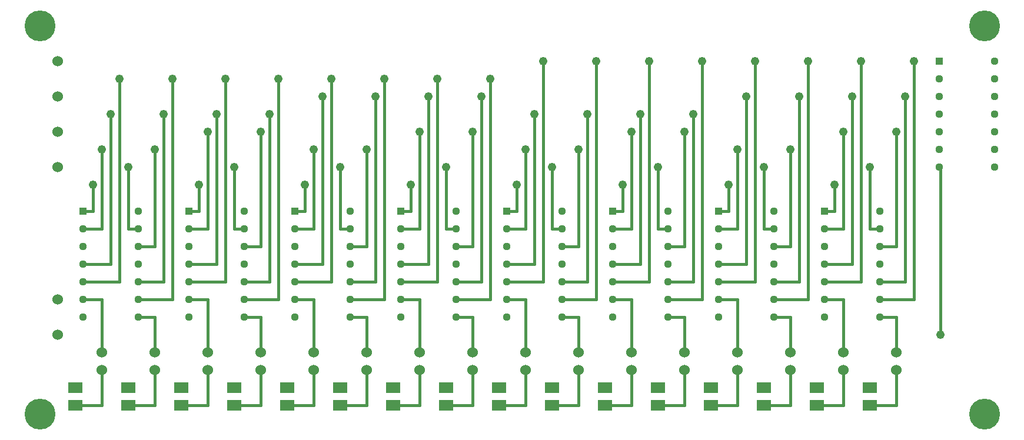
<source format=gbr>
G04 DesignSpark PCB Gerber Version 9.0 Build 5115 *
G04 #@! TF.Part,Single*
G04 #@! TF.FileFunction,Copper,L2,Bot *
G04 #@! TF.FilePolarity,Positive *
%FSLAX35Y35*%
%MOIN*%
G04 #@! TA.AperFunction,ComponentPad*
%ADD18R,0.04449X0.04449*%
G04 #@! TD.AperFunction*
%ADD14C,0.01500*%
G04 #@! TA.AperFunction,ComponentPad*
%ADD19C,0.04449*%
G04 #@! TA.AperFunction,ViaPad*
%ADD15C,0.04800*%
G04 #@! TA.AperFunction,WasherPad*
%ADD16C,0.06000*%
%ADD17C,0.17500*%
G04 #@! TA.AperFunction,ComponentPad*
%ADD70R,0.08000X0.06000*%
X0Y0D02*
D02*
D14*
X40250Y25250D02*
X55250D01*
Y45250*
X44620Y85250D02*
X55250D01*
Y55250*
X44620Y95250D02*
X65250D01*
Y210250*
X44620Y105250D02*
X60250D01*
Y190250*
X44620Y125250D02*
X55250D01*
Y170250*
X44620Y135250D02*
X50250D01*
Y150250*
X70250Y25250D02*
X85250D01*
Y45250*
X75880Y75250D02*
X85250D01*
Y55250*
X75880Y85250D02*
X95250D01*
Y210250*
X75880Y95250D02*
X90250D01*
Y190250*
X75880Y115250D02*
X85250D01*
Y170250*
X75880Y125250D02*
X70250D01*
Y160250*
X100250Y25250D02*
X115250D01*
Y45250*
X104620Y85250D02*
X115250D01*
Y55250*
X104620Y95250D02*
X125250D01*
Y210250*
X104620Y105250D02*
X120250D01*
Y190250*
X104620Y125250D02*
X115250D01*
Y180250*
X104620Y135250D02*
X110250D01*
Y150250*
X130250Y25250D02*
X145250D01*
Y45250*
X135880Y75250D02*
X145250D01*
Y55250*
X135880Y85250D02*
X155250D01*
Y210250*
X135880Y95250D02*
X150250D01*
Y190250*
X135880Y115250D02*
X145250D01*
Y180250*
X135880Y125250D02*
X130250D01*
Y160250*
X164620Y85250D02*
X175250D01*
Y55250*
X164620Y95250D02*
X185250D01*
Y210250*
X164620Y105250D02*
X180250D01*
Y200250*
X164620Y125250D02*
X175250D01*
Y170250*
X164620Y135250D02*
X170250D01*
Y150250*
X175250Y45250D02*
Y25250D01*
X160250*
X195880Y75250D02*
X205250D01*
Y55250*
X195880Y85250D02*
X215250D01*
Y210250*
X195880Y95250D02*
X210250D01*
Y200250*
X195880Y115250D02*
X205250D01*
Y170250*
X195880Y125250D02*
X190250D01*
Y160250*
X205250Y45250D02*
Y25250D01*
X190250*
X224620Y85250D02*
X235250D01*
Y55250*
X224620Y95250D02*
X245250D01*
Y210250*
X224620Y105250D02*
X240250D01*
Y200250*
X224620Y125250D02*
X235250D01*
Y180250*
X224620Y135250D02*
X230250D01*
Y150250*
X235250Y45250D02*
Y25250D01*
X220250*
X250250D02*
X265250D01*
Y45250*
X255880Y85250D02*
X275250D01*
Y210250*
X255880Y95250D02*
X270250D01*
Y200250*
X255880Y115250D02*
X265250D01*
Y180250*
X255880Y125250D02*
X250250D01*
Y160250*
X265250Y55250D02*
Y75250D01*
X255880*
X284620Y85250D02*
X295250D01*
Y55250*
X284620Y95250D02*
X305250D01*
Y220250*
X284620Y105250D02*
X300250D01*
Y190250*
X284620Y125250D02*
X295250D01*
Y170250*
X284620Y135250D02*
X290250D01*
Y150250*
X295250Y45250D02*
Y25250D01*
X280250*
X310250D02*
X325250D01*
Y45250*
X310250Y160250D02*
Y125250D01*
X315880*
Y85250D02*
X335250D01*
Y220250*
X315880Y95250D02*
X330250D01*
Y190250*
X315880Y115250D02*
X325250D01*
Y170250*
Y55250D02*
Y75250D01*
X315880*
X344620Y85250D02*
X355250D01*
Y55250*
X344620Y95250D02*
X365250D01*
Y220250*
X344620Y105250D02*
X360250D01*
Y190250*
X344620Y125250D02*
X355250D01*
Y180250*
X344620Y135250D02*
X350250D01*
Y150250*
X355250Y45250D02*
Y25250D01*
X340250*
X370250D02*
X385250D01*
Y45250*
X375880Y85250D02*
X395250D01*
Y220250*
X375880Y95250D02*
X390250D01*
Y190250*
X375880Y115250D02*
X385250D01*
Y180250*
X375880Y125250D02*
X370250D01*
Y160250*
X385250Y55250D02*
Y75250D01*
X375880*
X404620Y85250D02*
X415250D01*
Y55250*
X404620Y95250D02*
X425250D01*
Y220250*
X404620Y105250D02*
X420250D01*
Y200250*
X404620Y125250D02*
X415250D01*
Y170250*
X404620Y135250D02*
X410250D01*
Y150250*
X415250Y45250D02*
Y25250D01*
X400250*
X430250D02*
X445250D01*
Y45250*
X435880Y85250D02*
X455250D01*
Y220250*
X435880Y95250D02*
X450250D01*
Y200250*
X435880Y115250D02*
X445250D01*
Y170250*
X435880Y125250D02*
X430250D01*
Y160250*
X445250Y55250D02*
Y75250D01*
X435880*
X464620Y85250D02*
X475250D01*
Y55250*
X464620Y95250D02*
X485250D01*
Y220250*
X464620Y105250D02*
X480250D01*
Y200250*
X464620Y125250D02*
X475250D01*
Y180250*
X464620Y135250D02*
X470250D01*
Y150250*
X475250Y45250D02*
Y25250D01*
X460250*
X490250D02*
X505250D01*
Y45250*
X495880Y85250D02*
X515250D01*
Y220250*
X495880Y95250D02*
X510250D01*
Y200250*
X495880Y115250D02*
X505250D01*
Y180250*
X495880Y125250D02*
X490250D01*
Y160250*
X505250Y55250D02*
Y75250D01*
X495880*
X530250Y65250D02*
Y159620D01*
X529620Y160250*
D02*
D15*
X50250Y150250D03*
X55250Y170250D03*
X60250Y190250D03*
X65250Y210250D03*
X70250Y160250D03*
X85250Y170250D03*
X90250Y190250D03*
X95250Y210250D03*
X110250Y150250D03*
X115250Y180250D03*
X120250Y190250D03*
X125250Y210250D03*
X130250Y160250D03*
X145250Y180250D03*
X150250Y190250D03*
X155250Y210250D03*
X170250Y150250D03*
X175250Y170250D03*
X180250Y200250D03*
X185250Y210250D03*
X190250Y160250D03*
X205250Y170250D03*
X210250Y200250D03*
X215250Y210250D03*
X230250Y150250D03*
X235250Y180250D03*
X240250Y200250D03*
X245250Y210250D03*
X250250Y160250D03*
X265250Y180250D03*
X270250Y200250D03*
X275250Y210250D03*
X290250Y150250D03*
X295250Y170250D03*
X300250Y190250D03*
X305250Y220250D03*
X310250Y160250D03*
X325250Y170250D03*
X330250Y190250D03*
X335250Y220250D03*
X350250Y150250D03*
X355250Y180250D03*
X360250Y190250D03*
X365250Y220250D03*
X370250Y160250D03*
X385250Y180250D03*
X390250Y190250D03*
X395250Y220250D03*
X410250Y150250D03*
X415250Y170250D03*
X420250Y200250D03*
X425250Y220250D03*
X430250Y160250D03*
X445250Y170250D03*
X450250Y200250D03*
X455250Y220250D03*
X470250Y150250D03*
X475250Y180250D03*
X480250Y200250D03*
X485250Y220250D03*
X490250Y160250D03*
X505250Y180250D03*
X510250Y200250D03*
X515250Y220250D03*
X530250Y65250D03*
D02*
D16*
X30250D03*
Y85250D03*
Y160250D03*
Y180250D03*
Y200250D03*
Y220250D03*
X55250Y45250D03*
Y55250D03*
X85250Y45250D03*
Y55250D03*
X115250Y45250D03*
Y55250D03*
X145250Y45250D03*
Y55250D03*
X175250Y45250D03*
Y55250D03*
X205250Y45250D03*
Y55250D03*
X235250Y45250D03*
Y55250D03*
X265250Y45250D03*
Y55250D03*
X295250Y45250D03*
Y55250D03*
X325250Y45250D03*
Y55250D03*
X355250Y45250D03*
Y55250D03*
X385250Y45250D03*
Y55250D03*
X415250Y45250D03*
Y55250D03*
X445250Y45250D03*
Y55250D03*
X475250Y45250D03*
Y55250D03*
X505250Y45250D03*
Y55250D03*
D02*
D17*
X20250Y20250D03*
Y240250D03*
X555250Y20250D03*
Y240250D03*
D02*
D18*
X44620Y135250D03*
X104620D03*
X164620D03*
X224620D03*
X284620D03*
X344620D03*
X404620D03*
X464620D03*
X529620Y220250D03*
D02*
D19*
X44620Y75250D03*
Y85250D03*
Y95250D03*
Y105250D03*
Y115250D03*
Y125250D03*
X75880Y75250D03*
Y85250D03*
Y95250D03*
Y105250D03*
Y115250D03*
Y125250D03*
Y135250D03*
X104620Y75250D03*
Y85250D03*
Y95250D03*
Y105250D03*
Y115250D03*
Y125250D03*
X135880Y75250D03*
Y85250D03*
Y95250D03*
Y105250D03*
Y115250D03*
Y125250D03*
Y135250D03*
X164620Y75250D03*
Y85250D03*
Y95250D03*
Y105250D03*
Y115250D03*
Y125250D03*
X195880Y75250D03*
Y85250D03*
Y95250D03*
Y105250D03*
Y115250D03*
Y125250D03*
Y135250D03*
X224620Y75250D03*
Y85250D03*
Y95250D03*
Y105250D03*
Y115250D03*
Y125250D03*
X255880Y75250D03*
Y85250D03*
Y95250D03*
Y105250D03*
Y115250D03*
Y125250D03*
Y135250D03*
X284620Y75250D03*
Y85250D03*
Y95250D03*
Y105250D03*
Y115250D03*
Y125250D03*
X315880Y75250D03*
Y85250D03*
Y95250D03*
Y105250D03*
Y115250D03*
Y125250D03*
Y135250D03*
X344620Y75250D03*
Y85250D03*
Y95250D03*
Y105250D03*
Y115250D03*
Y125250D03*
X375880Y75250D03*
Y85250D03*
Y95250D03*
Y105250D03*
Y115250D03*
Y125250D03*
Y135250D03*
X404620Y75250D03*
Y85250D03*
Y95250D03*
Y105250D03*
Y115250D03*
Y125250D03*
X435880Y75250D03*
Y85250D03*
Y95250D03*
Y105250D03*
Y115250D03*
Y125250D03*
Y135250D03*
X464620Y75250D03*
Y85250D03*
Y95250D03*
Y105250D03*
Y115250D03*
Y125250D03*
X495880Y75250D03*
Y85250D03*
Y95250D03*
Y105250D03*
Y115250D03*
Y125250D03*
Y135250D03*
X529620Y160250D03*
Y170250D03*
Y180250D03*
Y190250D03*
Y200250D03*
Y210250D03*
X560880Y160250D03*
Y170250D03*
Y180250D03*
Y190250D03*
Y200250D03*
Y210250D03*
Y220250D03*
D02*
D70*
X40250Y25250D03*
Y35250D03*
X70250Y25250D03*
Y35250D03*
X100250Y25250D03*
Y35250D03*
X130250Y25250D03*
Y35250D03*
X160250Y25250D03*
Y35250D03*
X190250Y25250D03*
Y35250D03*
X220250Y25250D03*
Y35250D03*
X250250Y25250D03*
Y35250D03*
X280250Y25250D03*
Y35250D03*
X310250Y25250D03*
Y35250D03*
X340250Y25250D03*
Y35250D03*
X370250Y25250D03*
Y35250D03*
X400250Y25250D03*
Y35250D03*
X430250Y25250D03*
Y35250D03*
X460250Y25250D03*
Y35250D03*
X490250Y25250D03*
Y35250D03*
X0Y0D02*
M02*

</source>
